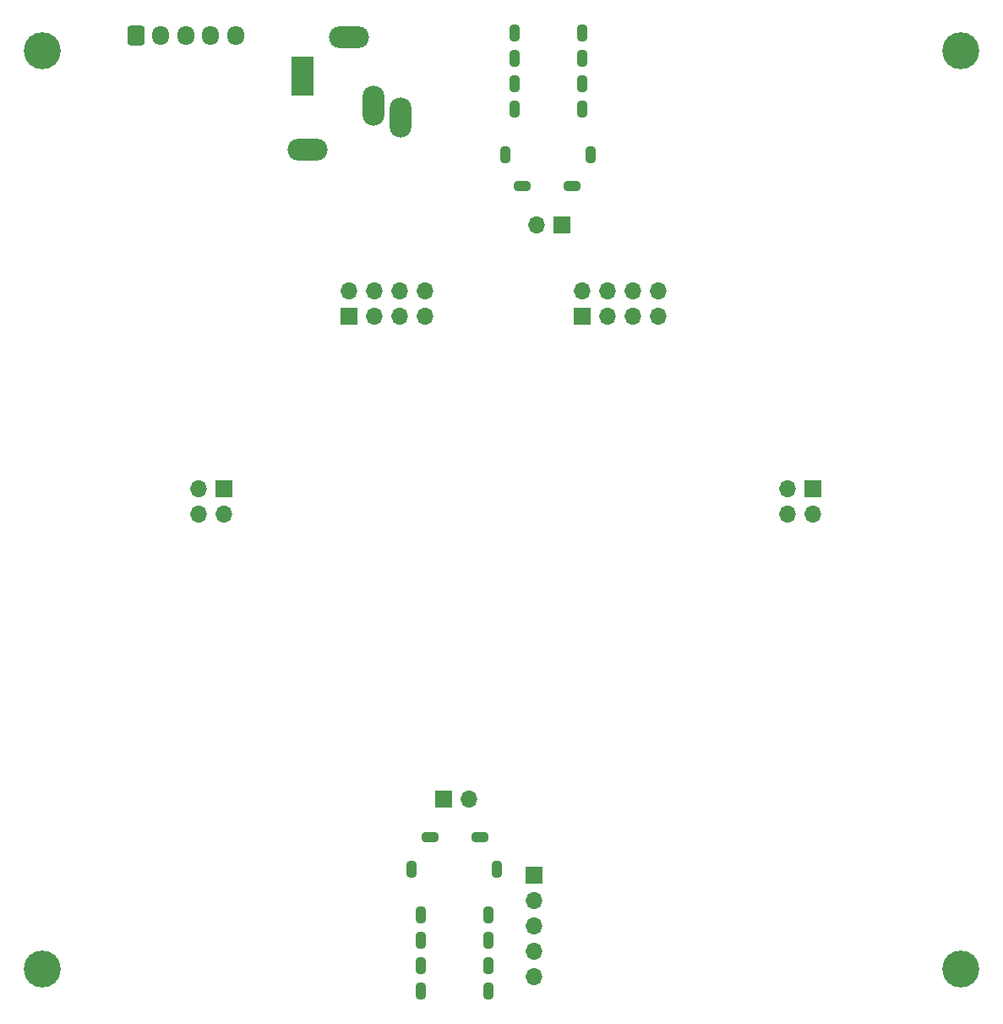
<source format=gbr>
%TF.GenerationSoftware,KiCad,Pcbnew,7.0.7*%
%TF.CreationDate,2024-01-11T22:16:13+01:00*%
%TF.ProjectId,NCBalOPHeadAmp,4e434261-6c4f-4504-9865-6164416d702e,rev?*%
%TF.SameCoordinates,Original*%
%TF.FileFunction,Soldermask,Bot*%
%TF.FilePolarity,Negative*%
%FSLAX46Y46*%
G04 Gerber Fmt 4.6, Leading zero omitted, Abs format (unit mm)*
G04 Created by KiCad (PCBNEW 7.0.7) date 2024-01-11 22:16:13*
%MOMM*%
%LPD*%
G01*
G04 APERTURE LIST*
G04 Aperture macros list*
%AMRoundRect*
0 Rectangle with rounded corners*
0 $1 Rounding radius*
0 $2 $3 $4 $5 $6 $7 $8 $9 X,Y pos of 4 corners*
0 Add a 4 corners polygon primitive as box body*
4,1,4,$2,$3,$4,$5,$6,$7,$8,$9,$2,$3,0*
0 Add four circle primitives for the rounded corners*
1,1,$1+$1,$2,$3*
1,1,$1+$1,$4,$5*
1,1,$1+$1,$6,$7*
1,1,$1+$1,$8,$9*
0 Add four rect primitives between the rounded corners*
20,1,$1+$1,$2,$3,$4,$5,0*
20,1,$1+$1,$4,$5,$6,$7,0*
20,1,$1+$1,$6,$7,$8,$9,0*
20,1,$1+$1,$8,$9,$2,$3,0*%
G04 Aperture macros list end*
%ADD10C,3.700000*%
%ADD11R,1.700000X1.700000*%
%ADD12O,1.700000X1.700000*%
%ADD13O,1.100000X1.800000*%
%ADD14O,1.800000X1.100000*%
%ADD15RoundRect,0.250000X-0.600000X-0.725000X0.600000X-0.725000X0.600000X0.725000X-0.600000X0.725000X0*%
%ADD16O,1.700000X1.950000*%
%ADD17O,2.200000X4.000000*%
%ADD18O,4.000000X2.200000*%
%ADD19R,2.200000X4.000000*%
G04 APERTURE END LIST*
D10*
%TO.C,H102*%
X196000000Y-53000000D03*
%TD*%
D11*
%TO.C,J12*%
X158115000Y-79629000D03*
D12*
X158115000Y-77089000D03*
X160655000Y-79629000D03*
X160655000Y-77089000D03*
X163195000Y-79629000D03*
X163195000Y-77089000D03*
X165735000Y-79629000D03*
X165735000Y-77089000D03*
%TD*%
D10*
%TO.C,H103*%
X196000000Y-145000000D03*
%TD*%
D11*
%TO.C,J6*%
X153282800Y-135524000D03*
D12*
X153282800Y-138064000D03*
X153282800Y-140604000D03*
X153282800Y-143144000D03*
X153282800Y-145684000D03*
%TD*%
D10*
%TO.C,H101*%
X104000000Y-53000000D03*
%TD*%
D13*
%TO.C,J7*%
X141883800Y-147124000D03*
X148683800Y-147124000D03*
D14*
X142883800Y-131774000D03*
X147883800Y-131774000D03*
D13*
X141883800Y-139514000D03*
X148683800Y-139514000D03*
X141883800Y-142054000D03*
X148683800Y-142054000D03*
X141883800Y-144594000D03*
X148683800Y-144594000D03*
X149563800Y-134974000D03*
X141013800Y-134974000D03*
%TD*%
D15*
%TO.C,J4*%
X113364000Y-51500000D03*
D16*
X115864000Y-51500000D03*
X118364000Y-51500000D03*
X120864000Y-51500000D03*
X123364000Y-51500000D03*
%TD*%
D11*
%TO.C,J10*%
X134757000Y-79634000D03*
D12*
X134757000Y-77094000D03*
X137297000Y-79634000D03*
X137297000Y-77094000D03*
X139837000Y-79634000D03*
X139837000Y-77094000D03*
X142377000Y-79634000D03*
X142377000Y-77094000D03*
%TD*%
D13*
%TO.C,J1*%
X158086000Y-51250000D03*
X151286000Y-51250000D03*
D14*
X157086000Y-66600000D03*
X152086000Y-66600000D03*
D13*
X158086000Y-58860000D03*
X151286000Y-58860000D03*
X158086000Y-56320000D03*
X151286000Y-56320000D03*
X158086000Y-53780000D03*
X151286000Y-53780000D03*
X150406000Y-63400000D03*
X158956000Y-63400000D03*
%TD*%
D17*
%TO.C,J11*%
X139889500Y-59695000D03*
X137189500Y-58495000D03*
D18*
X134689500Y-51695000D03*
D19*
X130089500Y-55595000D03*
D18*
X130589500Y-62895000D03*
%TD*%
D11*
%TO.C,J2*%
X181229800Y-96901000D03*
D12*
X181229800Y-99441000D03*
X178689800Y-96901000D03*
X178689800Y-99441000D03*
%TD*%
D10*
%TO.C,H104*%
X104000000Y-145000000D03*
%TD*%
D11*
%TO.C,J8*%
X156086000Y-70417000D03*
D12*
X153546000Y-70417000D03*
%TD*%
D11*
%TO.C,J5*%
X122169800Y-96901000D03*
D12*
X122169800Y-99441000D03*
X119629800Y-96901000D03*
X119629800Y-99441000D03*
%TD*%
D11*
%TO.C,J9*%
X144164800Y-127957000D03*
D12*
X146704800Y-127957000D03*
%TD*%
M02*

</source>
